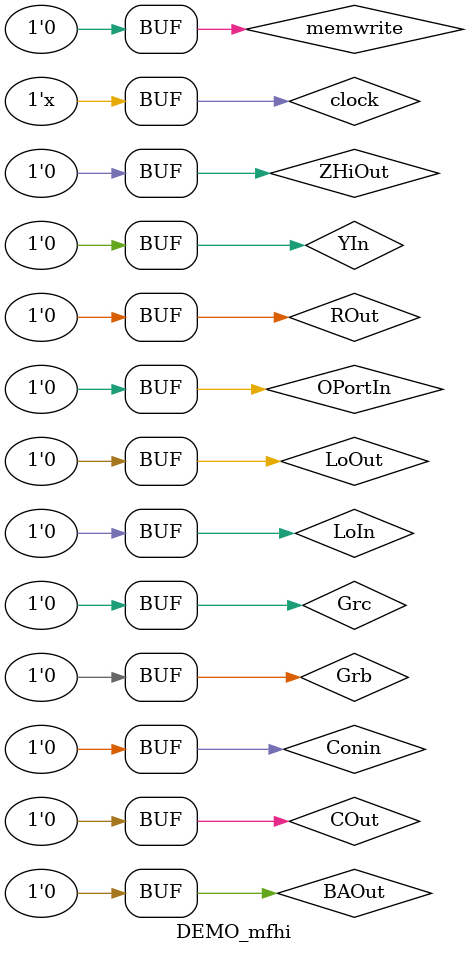
<source format=v>
`timescale 1ns/10ps
module DEMO_mfhi();

reg clock, clear;
reg [3:0] present_state;

reg HiIn, LoIn, ZIn, PCIn, MDRIn, MARIn, YIn, OPortIn, IRIn;
initial {HiIn, LoIn, ZIn, PCIn, MDRIn, MARIn, YIn, OPortIn, IRIn} = 0;
reg HiOut, LoOut, ZHiOut, ZLoOut, PCOut, MDROut, IPortOut, COut;
initial {HiOut, LoOut, ZHiOut, ZLoOut, PCOut, MDROut, IPortOut, COut} = 0;

reg [31:0] IPortInput = 0;

reg Gra, Grb, Grc, RIn, ROut, BAOut;
initial {Gra, Grb, Grc, RIn, ROut, BAOut} = 0;

reg Conin = 0;
wire ConOut;

reg memread = 0, memwrite = 0;
reg [4:0] ALUCode = 0;
reg initMem = 0;

DataPath dp(
	clock, clear, 
	HiIn, LoIn, ZIn, PCIn, MDRIn, MARIn, YIn, OPortIn, IRIn,
	HiOut, LoOut, ZHiOut, ZLoOut, PCOut, MDROut, IPortOut, COut,
	IPortInput,
	Gra, Grb, Grc, RIn, ROut, BAOut,
	Conin, ConOut,
	memread, memwrite, 
	ALUCode,
	initMem
);


//states and clock control:
parameter init1 = 4'd1, init2 = 4'd2, init3 = 4'd3, T0 = 4'd4, T1 = 4'd5, T2 = 4'd6, T3 = 4'd7, T4 = 4'd8, T5 = 4'd9, T6 = 4'd10, T7 = 4'd11;//can add more states here
initial begin clock = 0; present_state = 4'd0; end
always #10 clock = ~clock;
always @ (negedge clock) present_state = present_state + 1;



always @(present_state) begin
	case(present_state)
		init1: begin //Preload Hi reg with value
			initMem = 1;
			IPortInput = 32'd888;
			IPortOut = 1;
			HiIn = 1;
			#15 HiIn = 0; IPortOut = 0; initMem = 0;
		end
		init2: begin
			//nothing happens
		end
		init3: begin
			PCIn = 1;
			IPortInput = 32'd361;//preload PC with instruction memory location
			IPortOut = 1;
			#15 PCIn = 0; IPortOut = 0;
		end
		T0: begin
			PCOut = 1; MARIn = 1; ALUCode = 5'b11111; ZIn = 1;
			#15 PCOut = 0; MARIn = 0; ALUCode = 5'b0; ZIn = 0;
		end
		T1: begin
			ZLoOut = 1; PCIn = 1; memread = 1; MDRIn = 1;
			#15 ZLoOut = 0; PCIn = 0; memread = 0; MDRIn = 0;
		end
		T2: begin
			MDROut = 1; IRIn = 1;
			#15 MDROut = 0; IRIn = 0;
		end
		T3: begin
			Gra = 1; RIn = 1; HiOut = 1;
			#15 Gra = 0; RIn = 0; HiOut = 0;
		end
		T4: begin

		end
		T5: begin

		end
		T6: begin

		end
		T7: begin

		end
	endcase
end
endmodule 
</source>
